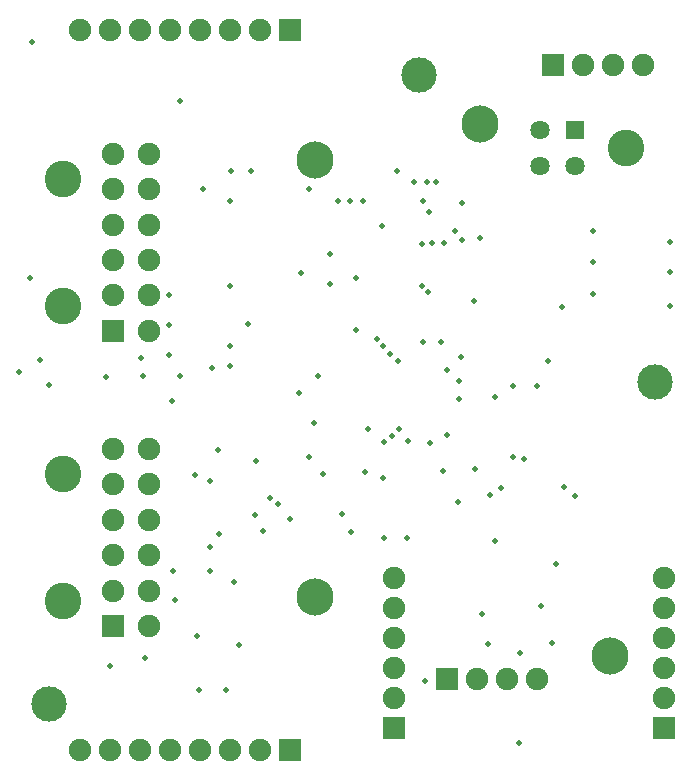
<source format=gbs>
G04*
G04 #@! TF.GenerationSoftware,Altium Limited,Altium Designer,20.0.11 (256)*
G04*
G04 Layer_Color=16711935*
%FSLAX44Y44*%
%MOMM*%
G71*
G01*
G75*
%ADD32C,3.0000*%
%ADD43C,3.1480*%
%ADD44C,1.6300*%
%ADD45R,1.6300X1.6300*%
%ADD46C,3.1000*%
%ADD47R,1.9000X1.9000*%
%ADD48C,1.9000*%
%ADD49R,1.9000X1.9000*%
%ADD50C,0.5000*%
D32*
X348000Y592000D02*
D03*
X548000Y332000D02*
D03*
X35000Y59000D02*
D03*
D43*
X400000Y550000D02*
D03*
X510000Y100000D02*
D03*
X260000Y150000D02*
D03*
Y520000D02*
D03*
D44*
X450400Y515000D02*
D03*
Y545000D02*
D03*
X480400Y515000D02*
D03*
D45*
Y545000D02*
D03*
D46*
X523600Y530000D02*
D03*
X46501Y253500D02*
D03*
Y146500D02*
D03*
X46500Y503500D02*
D03*
Y396500D02*
D03*
D47*
X327001Y38500D02*
D03*
X555601D02*
D03*
X89501Y125000D02*
D03*
X89500Y375000D02*
D03*
D48*
X327001Y63900D02*
D03*
Y89300D02*
D03*
Y114700D02*
D03*
X326999Y140101D02*
D03*
X327000Y165500D02*
D03*
X555601Y63900D02*
D03*
Y89300D02*
D03*
Y114700D02*
D03*
X555599Y140101D02*
D03*
X555600Y165500D02*
D03*
X538100Y600000D02*
D03*
X512700D02*
D03*
X487300D02*
D03*
X448100Y80000D02*
D03*
X422700D02*
D03*
X397300D02*
D03*
X61097Y630000D02*
D03*
X86497D02*
D03*
X213497Y629999D02*
D03*
X188097D02*
D03*
X162697D02*
D03*
X137295Y630001D02*
D03*
X111896Y630000D02*
D03*
X61097Y20000D02*
D03*
X86497D02*
D03*
X213497Y19999D02*
D03*
X188097D02*
D03*
X162697D02*
D03*
X137295Y20001D02*
D03*
X111896Y20000D02*
D03*
X119501Y125000D02*
D03*
X89501Y155000D02*
D03*
X119501D02*
D03*
X89501Y185000D02*
D03*
X119501D02*
D03*
X89501Y215000D02*
D03*
X119501D02*
D03*
X89501Y245000D02*
D03*
X119501D02*
D03*
X89501Y275000D02*
D03*
X119501D02*
D03*
X119500Y375000D02*
D03*
X89500Y405000D02*
D03*
X119500D02*
D03*
X89500Y435000D02*
D03*
X119500D02*
D03*
X89500Y465000D02*
D03*
X119500D02*
D03*
X89500Y495000D02*
D03*
X119500D02*
D03*
X89500Y525000D02*
D03*
X119500D02*
D03*
D49*
X461900Y600000D02*
D03*
X371900Y80000D02*
D03*
X238897Y629999D02*
D03*
Y19999D02*
D03*
D50*
X353000Y79000D02*
D03*
X480000Y235000D02*
D03*
X87000Y91000D02*
D03*
X159000Y253000D02*
D03*
X116441Y98060D02*
D03*
X162000Y71120D02*
D03*
X139000Y316000D02*
D03*
X178000Y274000D02*
D03*
X239000Y215412D02*
D03*
X400000Y454000D02*
D03*
X385000Y452000D02*
D03*
X248000Y424000D02*
D03*
X210000Y265000D02*
D03*
X216000Y206000D02*
D03*
X141448Y146941D02*
D03*
X21000Y620000D02*
D03*
X188326Y485240D02*
D03*
X137000Y405000D02*
D03*
Y380000D02*
D03*
Y355000D02*
D03*
X173000Y344000D02*
D03*
X262840Y337160D02*
D03*
X196000Y109000D02*
D03*
X160000Y117000D02*
D03*
X433000Y26000D02*
D03*
X317000Y464000D02*
D03*
X35000Y329000D02*
D03*
X113000Y352000D02*
D03*
X10000Y340000D02*
D03*
X402000Y135000D02*
D03*
X372000Y287000D02*
D03*
X464000Y178000D02*
D03*
X408000Y236000D02*
D03*
X381000Y230000D02*
D03*
X384886Y483270D02*
D03*
X357000Y476000D02*
D03*
X434000Y102000D02*
D03*
X407000Y110000D02*
D03*
X461000Y111000D02*
D03*
X452000Y142000D02*
D03*
X413000Y197000D02*
D03*
X469000Y395000D02*
D03*
X448000Y328000D02*
D03*
X427976Y328123D02*
D03*
X471000Y243000D02*
D03*
X358000Y280000D02*
D03*
X369000Y256000D02*
D03*
X418000Y242000D02*
D03*
X428000Y268000D02*
D03*
X396000Y258000D02*
D03*
X338000Y200000D02*
D03*
X319000D02*
D03*
X291000Y205000D02*
D03*
X283000Y220000D02*
D03*
X255000Y268000D02*
D03*
X295000Y376000D02*
D03*
X273000Y440000D02*
D03*
Y415000D02*
D03*
X295000Y420000D02*
D03*
X352000Y485000D02*
D03*
X363000Y501000D02*
D03*
X355000D02*
D03*
X344000D02*
D03*
X330000Y510000D02*
D03*
X395000Y400000D02*
D03*
X561000Y396000D02*
D03*
Y425000D02*
D03*
Y450000D02*
D03*
X27000Y350000D02*
D03*
X19000Y420000D02*
D03*
X146000Y570000D02*
D03*
X206000Y510000D02*
D03*
X189000Y510000D02*
D03*
X255000Y495000D02*
D03*
X280000Y485000D02*
D03*
X290000D02*
D03*
X300990D02*
D03*
X83000Y336000D02*
D03*
X185000Y71000D02*
D03*
X495300Y459740D02*
D03*
X317500Y361950D02*
D03*
X495300Y433070D02*
D03*
X323850Y355600D02*
D03*
X495300Y406400D02*
D03*
X330200Y349250D02*
D03*
X246380Y322580D02*
D03*
X203200Y381000D02*
D03*
X259080Y297180D02*
D03*
X209205Y219365D02*
D03*
X222250Y233680D02*
D03*
X179070Y203200D02*
D03*
X228600Y228600D02*
D03*
X383540Y353060D02*
D03*
X457200Y349250D02*
D03*
X266700Y254000D02*
D03*
X304800Y292100D02*
D03*
X171450Y171450D02*
D03*
Y191770D02*
D03*
Y247650D02*
D03*
X187960Y345440D02*
D03*
Y361950D02*
D03*
Y412750D02*
D03*
X114300Y336550D02*
D03*
X146050D02*
D03*
X312420Y368300D02*
D03*
X378460Y459740D02*
D03*
X367030Y365760D02*
D03*
X351790D02*
D03*
X350520Y448310D02*
D03*
X369570Y449580D02*
D03*
X355600Y407670D02*
D03*
X359410Y449580D02*
D03*
X350520Y412750D02*
D03*
X436880Y266700D02*
D03*
X412750Y318770D02*
D03*
X339090Y281940D02*
D03*
X317500Y250190D02*
D03*
X318770Y280670D02*
D03*
X165100Y495300D02*
D03*
X372110Y341630D02*
D03*
X382270Y332740D02*
D03*
X331470Y292100D02*
D03*
X382270Y317500D02*
D03*
X325199Y285750D02*
D03*
X302260Y255270D02*
D03*
X139700Y171450D02*
D03*
X191770Y162560D02*
D03*
M02*

</source>
